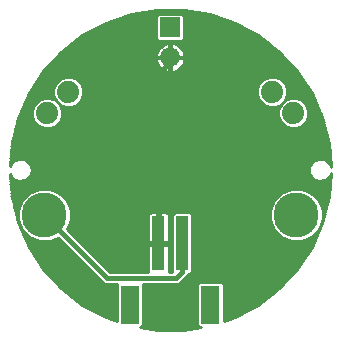
<source format=gbl>
G75*
%MOIN*%
%OFA0B0*%
%FSLAX24Y24*%
%IPPOS*%
%LPD*%
%AMOC8*
5,1,8,0,0,1.08239X$1,22.5*
%
%ADD10C,0.0740*%
%ADD11R,0.0660X0.0660*%
%ADD12C,0.0660*%
%ADD13R,0.0394X0.1811*%
%ADD14R,0.0630X0.1260*%
%ADD15C,0.1500*%
%ADD16C,0.0160*%
%ADD17C,0.0100*%
D10*
X001585Y007546D03*
X002292Y008254D03*
X009085Y008254D03*
X009792Y007546D03*
D11*
X005688Y010400D03*
D12*
X005688Y009400D03*
D13*
X005295Y003207D03*
X006082Y003207D03*
D14*
X007027Y001159D03*
X004350Y001159D03*
D15*
X001488Y004150D03*
X009888Y004150D03*
D16*
X006082Y003207D02*
X006082Y002244D01*
X005888Y002050D01*
X003588Y002050D01*
X001488Y004150D01*
X005295Y003207D02*
X005295Y008619D01*
X005688Y009400D01*
D17*
X003905Y001825D02*
X001943Y001825D01*
X001852Y001923D02*
X003418Y001923D01*
X003378Y001963D02*
X003501Y001840D01*
X003905Y001840D01*
X003905Y000609D01*
X003533Y000737D01*
X002754Y001159D01*
X002055Y001703D01*
X001455Y002355D01*
X000970Y003097D01*
X000614Y003908D01*
X000397Y004767D01*
X000334Y005518D01*
X000436Y005359D01*
X000436Y005359D01*
X000634Y005269D01*
X000848Y005300D01*
X000848Y005300D01*
X001012Y005442D01*
X001073Y005650D01*
X001073Y005650D01*
X001012Y005858D01*
X000848Y006000D01*
X000634Y006031D01*
X000634Y006031D01*
X000436Y005941D01*
X000334Y005782D01*
X000397Y006533D01*
X000614Y007392D01*
X000970Y008203D01*
X001455Y008945D01*
X002055Y009597D01*
X002754Y010141D01*
X003533Y010563D01*
X004371Y010851D01*
X005245Y010997D01*
X006132Y010997D01*
X007006Y010851D01*
X007844Y010563D01*
X008623Y010141D01*
X009322Y009597D01*
X009922Y008945D01*
X010407Y008203D01*
X010763Y007392D01*
X010980Y006533D01*
X010980Y006533D01*
X011046Y005745D01*
X011012Y005858D01*
X010848Y006000D01*
X010634Y006031D01*
X010634Y006031D01*
X010436Y005941D01*
X010319Y005758D01*
X010319Y005542D01*
X010436Y005359D01*
X010436Y005359D01*
X010436Y005359D01*
X010634Y005269D01*
X010848Y005300D01*
X010848Y005300D01*
X011012Y005442D01*
X011046Y005555D01*
X010980Y004767D01*
X010763Y003908D01*
X010407Y003097D01*
X009922Y002355D01*
X009322Y001703D01*
X008623Y001159D01*
X007844Y000737D01*
X007472Y000609D01*
X007472Y001843D01*
X007396Y001919D01*
X006658Y001919D01*
X006582Y001843D01*
X006582Y000476D01*
X006658Y000400D01*
X006708Y000400D01*
X006132Y000303D01*
X005245Y000303D01*
X004669Y000400D01*
X004719Y000400D01*
X004795Y000476D01*
X004795Y001840D01*
X005975Y001840D01*
X006169Y002034D01*
X006292Y002157D01*
X006292Y002171D01*
X006333Y002171D01*
X006409Y002247D01*
X006409Y004166D01*
X006333Y004242D01*
X005831Y004242D01*
X005755Y004166D01*
X005755Y002260D01*
X005636Y002260D01*
X005642Y002281D01*
X005642Y003158D01*
X005343Y003158D01*
X005343Y003255D01*
X005246Y003255D01*
X005246Y003158D01*
X004948Y003158D01*
X004948Y002281D01*
X004954Y002260D01*
X003675Y002260D01*
X002249Y003686D01*
X002368Y003975D01*
X002368Y004325D01*
X002235Y004648D01*
X001987Y004896D01*
X001664Y005030D01*
X001313Y005030D01*
X000990Y004896D01*
X000742Y004648D01*
X000608Y004325D01*
X000608Y003975D01*
X000742Y003652D01*
X000990Y003404D01*
X001313Y003270D01*
X001664Y003270D01*
X001952Y003389D01*
X003378Y001963D01*
X003320Y002022D02*
X001762Y002022D01*
X001671Y002120D02*
X003221Y002120D01*
X003123Y002219D02*
X001580Y002219D01*
X001489Y002317D02*
X003024Y002317D01*
X002926Y002416D02*
X001415Y002416D01*
X001351Y002514D02*
X002827Y002514D01*
X002729Y002613D02*
X001286Y002613D01*
X001222Y002711D02*
X002630Y002711D01*
X002532Y002810D02*
X001158Y002810D01*
X001093Y002908D02*
X002433Y002908D01*
X002335Y003007D02*
X001029Y003007D01*
X000966Y003105D02*
X002236Y003105D01*
X002138Y003204D02*
X000923Y003204D01*
X000880Y003302D02*
X001236Y003302D01*
X000998Y003401D02*
X000837Y003401D01*
X000794Y003499D02*
X000895Y003499D01*
X000796Y003598D02*
X000750Y003598D01*
X000724Y003696D02*
X000707Y003696D01*
X000683Y003795D02*
X000664Y003795D01*
X000642Y003893D02*
X000621Y003893D01*
X000608Y003992D02*
X000593Y003992D01*
X000608Y004090D02*
X000568Y004090D01*
X000543Y004189D02*
X000608Y004189D01*
X000608Y004287D02*
X000518Y004287D01*
X000493Y004386D02*
X000634Y004386D01*
X000674Y004484D02*
X000468Y004484D01*
X000443Y004583D02*
X000715Y004583D01*
X000775Y004681D02*
X000418Y004681D01*
X000396Y004780D02*
X000873Y004780D01*
X000972Y004878D02*
X000387Y004878D01*
X000379Y004977D02*
X001184Y004977D01*
X000930Y005371D02*
X010429Y005371D01*
X010366Y005469D02*
X001020Y005469D01*
X001012Y005442D02*
X001012Y005442D01*
X001049Y005568D02*
X010319Y005568D01*
X010319Y005666D02*
X001069Y005666D01*
X001040Y005765D02*
X010323Y005765D01*
X010386Y005863D02*
X001007Y005863D01*
X001012Y005858D02*
X001012Y005858D01*
X000893Y005962D02*
X010481Y005962D01*
X010436Y005941D02*
X010436Y005941D01*
X010436Y005941D01*
X010848Y006000D02*
X010848Y006000D01*
X010893Y005962D02*
X011028Y005962D01*
X011020Y006060D02*
X000357Y006060D01*
X000349Y005962D02*
X000481Y005962D01*
X000436Y005941D02*
X000436Y005941D01*
X000436Y005941D01*
X000386Y005863D02*
X000341Y005863D01*
X000366Y006159D02*
X011011Y006159D01*
X011003Y006257D02*
X000374Y006257D01*
X000382Y006356D02*
X010995Y006356D01*
X010987Y006454D02*
X000390Y006454D01*
X000402Y006553D02*
X010975Y006553D01*
X010950Y006651D02*
X000427Y006651D01*
X000451Y006750D02*
X010925Y006750D01*
X010901Y006848D02*
X000476Y006848D01*
X000501Y006947D02*
X010876Y006947D01*
X010851Y007045D02*
X000526Y007045D01*
X000551Y007144D02*
X001281Y007144D01*
X001302Y007123D02*
X001485Y007046D01*
X001684Y007046D01*
X001868Y007123D01*
X002009Y007263D01*
X002085Y007447D01*
X002085Y007646D01*
X002009Y007830D01*
X002193Y007754D01*
X002391Y007754D01*
X002575Y007830D01*
X002716Y007970D01*
X002792Y008154D01*
X002792Y008353D01*
X002716Y008537D01*
X002575Y008677D01*
X002391Y008754D01*
X002193Y008754D01*
X002009Y008677D01*
X001868Y008537D01*
X001792Y008353D01*
X001792Y008154D01*
X001868Y007970D01*
X001684Y008046D01*
X001485Y008046D01*
X001302Y007970D01*
X001161Y007830D01*
X001085Y007646D01*
X001085Y007447D01*
X001161Y007263D01*
X001302Y007123D01*
X001182Y007242D02*
X000576Y007242D01*
X000601Y007341D02*
X001129Y007341D01*
X001088Y007439D02*
X000635Y007439D01*
X000678Y007538D02*
X001085Y007538D01*
X001085Y007636D02*
X000721Y007636D01*
X000764Y007735D02*
X001122Y007735D01*
X001164Y007833D02*
X000808Y007833D01*
X000851Y007932D02*
X001263Y007932D01*
X001446Y008030D02*
X000894Y008030D01*
X000937Y008129D02*
X001803Y008129D01*
X001792Y008227D02*
X000985Y008227D01*
X001050Y008326D02*
X001792Y008326D01*
X001821Y008424D02*
X001114Y008424D01*
X001179Y008523D02*
X001862Y008523D01*
X001952Y008621D02*
X001243Y008621D01*
X001307Y008720D02*
X002110Y008720D01*
X002474Y008720D02*
X008903Y008720D01*
X008985Y008754D02*
X008802Y008677D01*
X008661Y008537D01*
X008585Y008353D01*
X008585Y008154D01*
X008661Y007970D01*
X008802Y007830D01*
X008985Y007754D01*
X009184Y007754D01*
X009368Y007830D01*
X009509Y007970D01*
X009368Y007830D01*
X009292Y007646D01*
X009292Y007447D01*
X009368Y007263D01*
X009509Y007123D01*
X009693Y007046D01*
X009891Y007046D01*
X010075Y007123D01*
X010216Y007263D01*
X010292Y007447D01*
X010292Y007646D01*
X010216Y007830D01*
X010075Y007970D01*
X009891Y008046D01*
X009693Y008046D01*
X009509Y007970D01*
X009585Y008154D01*
X009585Y008353D01*
X009509Y008537D01*
X009368Y008677D01*
X009184Y008754D01*
X008985Y008754D01*
X008745Y008621D02*
X002632Y008621D01*
X002722Y008523D02*
X008655Y008523D01*
X008614Y008424D02*
X002763Y008424D01*
X002792Y008326D02*
X008585Y008326D01*
X008585Y008227D02*
X002792Y008227D01*
X002781Y008129D02*
X008596Y008129D01*
X008636Y008030D02*
X002741Y008030D01*
X002677Y007932D02*
X008700Y007932D01*
X008798Y007833D02*
X002579Y007833D01*
X002085Y007636D02*
X009292Y007636D01*
X009292Y007538D02*
X002085Y007538D01*
X002082Y007439D02*
X009295Y007439D01*
X009336Y007341D02*
X002041Y007341D01*
X001988Y007242D02*
X009389Y007242D01*
X009488Y007144D02*
X001889Y007144D01*
X002048Y007735D02*
X009329Y007735D01*
X009371Y007833D02*
X009371Y007833D01*
X009470Y007932D02*
X009470Y007932D01*
X009534Y008030D02*
X009653Y008030D01*
X009574Y008129D02*
X010440Y008129D01*
X010483Y008030D02*
X009931Y008030D01*
X010114Y007932D02*
X010526Y007932D01*
X010569Y007833D02*
X010213Y007833D01*
X010255Y007735D02*
X010613Y007735D01*
X010656Y007636D02*
X010292Y007636D01*
X010292Y007538D02*
X010699Y007538D01*
X010742Y007439D02*
X010289Y007439D01*
X010248Y007341D02*
X010776Y007341D01*
X010801Y007242D02*
X010195Y007242D01*
X010096Y007144D02*
X010826Y007144D01*
X010391Y008227D02*
X009585Y008227D01*
X009585Y008326D02*
X010327Y008326D01*
X010263Y008424D02*
X009556Y008424D01*
X009515Y008523D02*
X010198Y008523D01*
X010134Y008621D02*
X009425Y008621D01*
X009267Y008720D02*
X010070Y008720D01*
X010005Y008818D02*
X001372Y008818D01*
X001436Y008917D02*
X009941Y008917D01*
X009858Y009015D02*
X005975Y009015D01*
X006001Y009034D02*
X006055Y009087D01*
X006099Y009148D01*
X006133Y009216D01*
X006157Y009288D01*
X006168Y009362D01*
X006168Y009371D01*
X005717Y009371D01*
X005717Y008920D01*
X005726Y008920D01*
X005801Y008932D01*
X005873Y008955D01*
X005940Y008989D01*
X006001Y009034D01*
X006074Y009114D02*
X009767Y009114D01*
X009677Y009212D02*
X006131Y009212D01*
X006160Y009311D02*
X009586Y009311D01*
X009495Y009409D02*
X005717Y009409D01*
X005717Y009429D02*
X006168Y009429D01*
X006168Y009438D01*
X006157Y009512D01*
X006133Y009584D01*
X006099Y009652D01*
X006055Y009713D01*
X006001Y009766D01*
X005940Y009811D01*
X005873Y009845D01*
X005801Y009868D01*
X005726Y009880D01*
X005717Y009880D01*
X005717Y009429D01*
X005660Y009429D01*
X005660Y009880D01*
X005651Y009880D01*
X005576Y009868D01*
X005504Y009845D01*
X005437Y009811D01*
X005376Y009766D01*
X005322Y009713D01*
X005278Y009652D01*
X005244Y009584D01*
X005220Y009512D01*
X005208Y009438D01*
X005208Y009429D01*
X005660Y009429D01*
X005660Y009371D01*
X005717Y009371D01*
X005717Y009429D01*
X005660Y009409D02*
X001882Y009409D01*
X001972Y009508D02*
X005220Y009508D01*
X005255Y009606D02*
X002066Y009606D01*
X002193Y009705D02*
X005316Y009705D01*
X005427Y009803D02*
X002319Y009803D01*
X002446Y009902D02*
X008931Y009902D01*
X008804Y010000D02*
X006132Y010000D01*
X006148Y010016D02*
X006072Y009940D01*
X005305Y009940D01*
X005228Y010016D01*
X005228Y010784D01*
X005305Y010860D01*
X006072Y010860D01*
X006148Y010784D01*
X006148Y010016D01*
X006148Y010099D02*
X008678Y010099D01*
X008520Y010197D02*
X006148Y010197D01*
X006148Y010296D02*
X008338Y010296D01*
X008156Y010394D02*
X006148Y010394D01*
X006148Y010493D02*
X007974Y010493D01*
X007762Y010591D02*
X006148Y010591D01*
X006148Y010690D02*
X007475Y010690D01*
X007188Y010788D02*
X006144Y010788D01*
X006201Y010985D02*
X005176Y010985D01*
X005233Y010788D02*
X004188Y010788D01*
X003902Y010690D02*
X005228Y010690D01*
X005228Y010591D02*
X003615Y010591D01*
X003403Y010493D02*
X005228Y010493D01*
X005228Y010394D02*
X003221Y010394D01*
X003039Y010296D02*
X005228Y010296D01*
X005228Y010197D02*
X002857Y010197D01*
X002699Y010099D02*
X005228Y010099D01*
X005245Y010000D02*
X002572Y010000D01*
X001791Y009311D02*
X005217Y009311D01*
X005220Y009288D02*
X005244Y009216D01*
X005278Y009148D01*
X005322Y009087D01*
X005376Y009034D01*
X005437Y008989D01*
X005504Y008955D01*
X005576Y008932D01*
X005651Y008920D01*
X005660Y008920D01*
X005660Y009371D01*
X005208Y009371D01*
X005208Y009362D01*
X005220Y009288D01*
X005246Y009212D02*
X001700Y009212D01*
X001610Y009114D02*
X005303Y009114D01*
X005402Y009015D02*
X001519Y009015D01*
X001724Y008030D02*
X001843Y008030D01*
X001868Y007970D02*
X002009Y007830D01*
X001868Y007970D01*
X001907Y007932D02*
X001907Y007932D01*
X002005Y007833D02*
X002005Y007833D01*
X000848Y006000D02*
X000848Y006000D01*
X000366Y005469D02*
X000338Y005469D01*
X000347Y005371D02*
X000429Y005371D01*
X000355Y005272D02*
X000627Y005272D01*
X000634Y005269D02*
X000634Y005269D01*
X000655Y005272D02*
X010627Y005272D01*
X010634Y005269D02*
X010634Y005269D01*
X010655Y005272D02*
X011022Y005272D01*
X011014Y005174D02*
X000363Y005174D01*
X000371Y005075D02*
X011006Y005075D01*
X010998Y004977D02*
X010193Y004977D01*
X010064Y005030D02*
X009713Y005030D01*
X009390Y004896D01*
X009142Y004648D01*
X009008Y004325D01*
X009008Y003975D01*
X009142Y003652D01*
X009390Y003404D01*
X009713Y003270D01*
X010064Y003270D01*
X010387Y003404D01*
X010635Y003652D01*
X010768Y003975D01*
X010768Y004325D01*
X010635Y004648D01*
X010387Y004896D01*
X010064Y005030D01*
X010405Y004878D02*
X010990Y004878D01*
X010981Y004780D02*
X010503Y004780D01*
X010602Y004681D02*
X010959Y004681D01*
X010980Y004767D02*
X010980Y004767D01*
X010934Y004583D02*
X010662Y004583D01*
X010703Y004484D02*
X010909Y004484D01*
X010884Y004386D02*
X010743Y004386D01*
X010768Y004287D02*
X010859Y004287D01*
X010834Y004189D02*
X010768Y004189D01*
X010768Y004090D02*
X010809Y004090D01*
X010784Y003992D02*
X010768Y003992D01*
X010756Y003893D02*
X010735Y003893D01*
X010713Y003795D02*
X010694Y003795D01*
X010670Y003696D02*
X010653Y003696D01*
X010627Y003598D02*
X010580Y003598D01*
X010583Y003499D02*
X010482Y003499D01*
X010540Y003401D02*
X010379Y003401D01*
X010497Y003302D02*
X010141Y003302D01*
X010454Y003204D02*
X006409Y003204D01*
X006409Y003302D02*
X009636Y003302D01*
X009398Y003401D02*
X006409Y003401D01*
X006409Y003499D02*
X009295Y003499D01*
X009196Y003598D02*
X006409Y003598D01*
X006409Y003696D02*
X009124Y003696D01*
X009083Y003795D02*
X006409Y003795D01*
X006409Y003893D02*
X009042Y003893D01*
X009008Y003992D02*
X006409Y003992D01*
X006409Y004090D02*
X009008Y004090D01*
X009008Y004189D02*
X006387Y004189D01*
X005778Y004189D02*
X005621Y004189D01*
X005612Y004204D02*
X005584Y004232D01*
X005550Y004252D01*
X005511Y004262D01*
X005343Y004262D01*
X005343Y003255D01*
X005642Y003255D01*
X005642Y004132D01*
X005631Y004170D01*
X005612Y004204D01*
X005642Y004090D02*
X005755Y004090D01*
X005755Y003992D02*
X005642Y003992D01*
X005642Y003893D02*
X005755Y003893D01*
X005755Y003795D02*
X005642Y003795D01*
X005642Y003696D02*
X005755Y003696D01*
X005755Y003598D02*
X005642Y003598D01*
X005642Y003499D02*
X005755Y003499D01*
X005755Y003401D02*
X005642Y003401D01*
X005642Y003302D02*
X005755Y003302D01*
X005755Y003204D02*
X005343Y003204D01*
X005246Y003204D02*
X002732Y003204D01*
X002633Y003302D02*
X004948Y003302D01*
X004948Y003255D02*
X005246Y003255D01*
X005246Y004262D01*
X005078Y004262D01*
X005040Y004252D01*
X005006Y004232D01*
X004978Y004204D01*
X004958Y004170D01*
X004948Y004132D01*
X004948Y003255D01*
X004948Y003105D02*
X002830Y003105D01*
X002929Y003007D02*
X004948Y003007D01*
X004948Y002908D02*
X003027Y002908D01*
X003126Y002810D02*
X004948Y002810D01*
X004948Y002711D02*
X003224Y002711D01*
X003323Y002613D02*
X004948Y002613D01*
X004948Y002514D02*
X003421Y002514D01*
X003520Y002416D02*
X004948Y002416D01*
X004948Y002317D02*
X003618Y002317D01*
X003905Y001726D02*
X002034Y001726D01*
X002152Y001628D02*
X003905Y001628D01*
X003905Y001529D02*
X002278Y001529D01*
X002405Y001431D02*
X003905Y001431D01*
X003905Y001332D02*
X002531Y001332D01*
X002658Y001234D02*
X003905Y001234D01*
X003905Y001135D02*
X002798Y001135D01*
X002980Y001037D02*
X003905Y001037D01*
X003905Y000938D02*
X003162Y000938D01*
X003344Y000840D02*
X003905Y000840D01*
X003905Y000741D02*
X003526Y000741D01*
X003808Y000643D02*
X003905Y000643D01*
X004765Y000446D02*
X006612Y000446D01*
X006582Y000544D02*
X004795Y000544D01*
X004795Y000643D02*
X006582Y000643D01*
X006582Y000741D02*
X004795Y000741D01*
X004795Y000840D02*
X006582Y000840D01*
X006582Y000938D02*
X004795Y000938D01*
X004795Y001037D02*
X006582Y001037D01*
X006582Y001135D02*
X004795Y001135D01*
X004795Y001234D02*
X006582Y001234D01*
X006582Y001332D02*
X004795Y001332D01*
X004795Y001431D02*
X006582Y001431D01*
X006582Y001529D02*
X004795Y001529D01*
X004795Y001628D02*
X006582Y001628D01*
X006582Y001726D02*
X004795Y001726D01*
X004795Y001825D02*
X006582Y001825D01*
X006255Y002120D02*
X009706Y002120D01*
X009615Y002022D02*
X006157Y002022D01*
X006058Y001923D02*
X009525Y001923D01*
X009434Y001825D02*
X007472Y001825D01*
X007472Y001726D02*
X009343Y001726D01*
X009225Y001628D02*
X007472Y001628D01*
X007472Y001529D02*
X009099Y001529D01*
X008972Y001431D02*
X007472Y001431D01*
X007472Y001332D02*
X008846Y001332D01*
X008719Y001234D02*
X007472Y001234D01*
X007472Y001135D02*
X008579Y001135D01*
X008397Y001037D02*
X007472Y001037D01*
X007472Y000938D02*
X008215Y000938D01*
X008033Y000840D02*
X007472Y000840D01*
X007472Y000741D02*
X007851Y000741D01*
X007569Y000643D02*
X007472Y000643D01*
X006393Y000347D02*
X004984Y000347D01*
X006380Y002219D02*
X009797Y002219D01*
X009887Y002317D02*
X006409Y002317D01*
X006409Y002416D02*
X009962Y002416D01*
X010026Y002514D02*
X006409Y002514D01*
X006409Y002613D02*
X010091Y002613D01*
X010155Y002711D02*
X006409Y002711D01*
X006409Y002810D02*
X010219Y002810D01*
X010284Y002908D02*
X006409Y002908D01*
X006409Y003007D02*
X010348Y003007D01*
X010411Y003105D02*
X006409Y003105D01*
X005755Y003105D02*
X005642Y003105D01*
X005642Y003007D02*
X005755Y003007D01*
X005755Y002908D02*
X005642Y002908D01*
X005642Y002810D02*
X005755Y002810D01*
X005755Y002711D02*
X005642Y002711D01*
X005642Y002613D02*
X005755Y002613D01*
X005755Y002514D02*
X005642Y002514D01*
X005642Y002416D02*
X005755Y002416D01*
X005755Y002317D02*
X005642Y002317D01*
X005343Y003302D02*
X005246Y003302D01*
X005246Y003401D02*
X005343Y003401D01*
X005343Y003499D02*
X005246Y003499D01*
X005246Y003598D02*
X005343Y003598D01*
X005343Y003696D02*
X005246Y003696D01*
X005246Y003795D02*
X005343Y003795D01*
X005343Y003893D02*
X005246Y003893D01*
X005246Y003992D02*
X005343Y003992D01*
X005343Y004090D02*
X005246Y004090D01*
X005246Y004189D02*
X005343Y004189D01*
X004969Y004189D02*
X002368Y004189D01*
X002368Y004287D02*
X009008Y004287D01*
X009034Y004386D02*
X002343Y004386D01*
X002303Y004484D02*
X009074Y004484D01*
X009115Y004583D02*
X002262Y004583D01*
X002202Y004681D02*
X009175Y004681D01*
X009273Y004780D02*
X002103Y004780D01*
X002005Y004878D02*
X009372Y004878D01*
X009584Y004977D02*
X001793Y004977D01*
X002368Y004090D02*
X004948Y004090D01*
X004948Y003992D02*
X002368Y003992D01*
X002335Y003893D02*
X004948Y003893D01*
X004948Y003795D02*
X002294Y003795D01*
X002253Y003696D02*
X004948Y003696D01*
X004948Y003598D02*
X002338Y003598D01*
X002436Y003499D02*
X004948Y003499D01*
X004948Y003401D02*
X002535Y003401D01*
X002039Y003302D02*
X001741Y003302D01*
X005660Y009015D02*
X005717Y009015D01*
X005717Y009114D02*
X005660Y009114D01*
X005660Y009212D02*
X005717Y009212D01*
X005717Y009311D02*
X005660Y009311D01*
X005660Y009508D02*
X005717Y009508D01*
X005717Y009606D02*
X005660Y009606D01*
X005660Y009705D02*
X005717Y009705D01*
X005717Y009803D02*
X005660Y009803D01*
X005950Y009803D02*
X009058Y009803D01*
X009184Y009705D02*
X006061Y009705D01*
X006122Y009606D02*
X009311Y009606D01*
X009405Y009508D02*
X006157Y009508D01*
X006792Y010887D02*
X004585Y010887D01*
X011007Y005863D02*
X011036Y005863D01*
X011012Y005858D02*
X011012Y005858D01*
X011040Y005765D02*
X011044Y005765D01*
X011020Y005469D02*
X011038Y005469D01*
X011012Y005442D02*
X011012Y005442D01*
X011030Y005371D02*
X010930Y005371D01*
M02*

</source>
